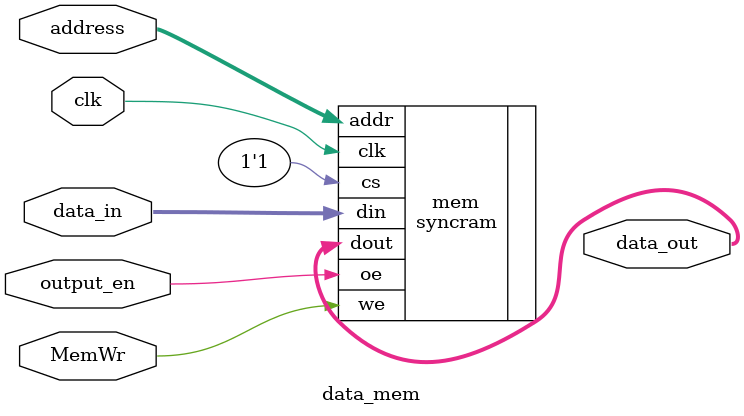
<source format=v>
module data_mem(clk, MemWr, output_en, data_in, address, data_out);
    input clk;
    input MemWr;
    input output_en;
    input [31:0] data_in;
    input [31:0] address;
    output wire [31:0] data_out;
    
    // clk,cs,oe,we,addr,din,dout
    syncram #(.mem_file("bills_branch.dat")) mem(.clk(clk), .cs(1'b1), .oe(output_en), .we(MemWr), .addr(address), .din(data_in), .dout(data_out));
    //syncram #(.mem_file("sort_corrected_branch.dat")) mem(.clk(clk), .cs(1'b1), .oe(output_en), .we(MemWr), .addr(address), .din(data_in), .dout(data_out));
    //syncram #(.mem_file("unsigned_sum.dat")) mem(.clk(clk), .cs(1'b1), .oe(output_en), .we(MemWr), .addr(address), .din(data_in), .dout(data_out));
    
endmodule
</source>
